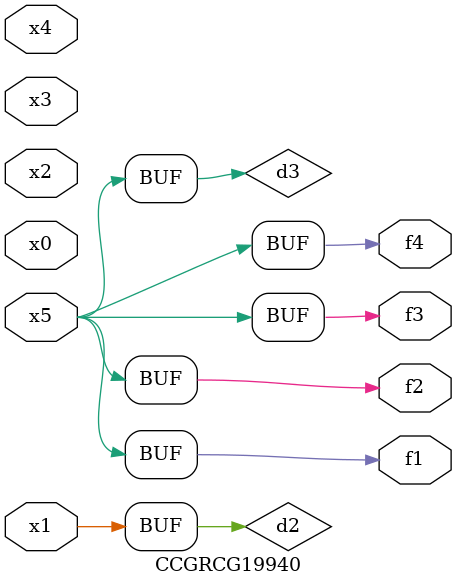
<source format=v>
module CCGRCG19940(
	input x0, x1, x2, x3, x4, x5,
	output f1, f2, f3, f4
);

	wire d1, d2, d3;

	not (d1, x5);
	or (d2, x1);
	xnor (d3, d1);
	assign f1 = d3;
	assign f2 = d3;
	assign f3 = d3;
	assign f4 = d3;
endmodule

</source>
